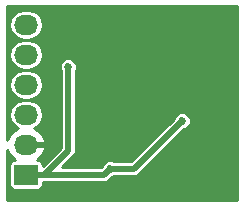
<source format=gbl>
%TF.GenerationSoftware,KiCad,Pcbnew,4.0.2-stable*%
%TF.CreationDate,2016-04-05T17:50:52-04:00*%
%TF.ProjectId,ADXL345 Breakout,4144584C33343520427265616B6F7574,rev?*%
%TF.FileFunction,Copper,L2,Bot,Signal*%
%FSLAX46Y46*%
G04 Gerber Fmt 4.6, Leading zero omitted, Abs format (unit mm)*
G04 Created by KiCad (PCBNEW 4.0.2-stable) date 4/5/2016 5:50:52 PM*
%MOMM*%
G01*
G04 APERTURE LIST*
%ADD10C,0.127000*%
%ADD11R,2.032000X1.727200*%
%ADD12O,2.032000X1.727200*%
%ADD13C,0.685800*%
%ADD14C,0.500000*%
%ADD15C,0.254000*%
G04 APERTURE END LIST*
D10*
D11*
X165100000Y-108712000D03*
D12*
X165100000Y-106172000D03*
X165100000Y-103632000D03*
X165100000Y-101092000D03*
X165100000Y-98552000D03*
X165100000Y-96012000D03*
D13*
X168656000Y-99568000D03*
X178308000Y-104140000D03*
X172212000Y-108204000D03*
D14*
X165100000Y-108712000D02*
X166624000Y-108712000D01*
X168656000Y-106680000D02*
X168656000Y-99568000D01*
X166624000Y-108712000D02*
X168656000Y-106680000D01*
X172212000Y-108204000D02*
X174244000Y-108204000D01*
X174244000Y-108204000D02*
X178308000Y-104140000D01*
X165100000Y-108712000D02*
X171704000Y-108712000D01*
X171704000Y-108712000D02*
X172212000Y-108204000D01*
D15*
G36*
X182943500Y-110807500D02*
X163512500Y-110807500D01*
X163512500Y-106582516D01*
X163749268Y-107074036D01*
X164181183Y-107459936D01*
X164084000Y-107459936D01*
X163942810Y-107486503D01*
X163813135Y-107569946D01*
X163726141Y-107697266D01*
X163695536Y-107848400D01*
X163695536Y-109575600D01*
X163722103Y-109716790D01*
X163805546Y-109846465D01*
X163932866Y-109933459D01*
X164084000Y-109964064D01*
X166116000Y-109964064D01*
X166257190Y-109937497D01*
X166386865Y-109854054D01*
X166473859Y-109726734D01*
X166504464Y-109575600D01*
X166504464Y-109343000D01*
X171704000Y-109343000D01*
X171945473Y-109294968D01*
X172150184Y-109158184D01*
X172397934Y-108910434D01*
X172580499Y-108835000D01*
X174244000Y-108835000D01*
X174485473Y-108786968D01*
X174690184Y-108650184D01*
X178493934Y-104846434D01*
X178717521Y-104754050D01*
X178921335Y-104550592D01*
X179031774Y-104284624D01*
X179032025Y-103996639D01*
X178922050Y-103730479D01*
X178718592Y-103526665D01*
X178452624Y-103416226D01*
X178164639Y-103415975D01*
X177898479Y-103525950D01*
X177694665Y-103729408D01*
X177601247Y-103954385D01*
X173982632Y-107573000D01*
X172580050Y-107573000D01*
X172356624Y-107480226D01*
X172068639Y-107479975D01*
X171802479Y-107589950D01*
X171598665Y-107793408D01*
X171505247Y-108018384D01*
X171442632Y-108081000D01*
X168147368Y-108081000D01*
X169102184Y-107126184D01*
X169238968Y-106921473D01*
X169287000Y-106680000D01*
X169287000Y-99936050D01*
X169379774Y-99712624D01*
X169380025Y-99424639D01*
X169270050Y-99158479D01*
X169066592Y-98954665D01*
X168800624Y-98844226D01*
X168512639Y-98843975D01*
X168246479Y-98953950D01*
X168042665Y-99157408D01*
X167932226Y-99423376D01*
X167931975Y-99711361D01*
X168025000Y-99936499D01*
X168025000Y-106418632D01*
X166504464Y-107939168D01*
X166504464Y-107848400D01*
X166477897Y-107707210D01*
X166394454Y-107577535D01*
X166267134Y-107490541D01*
X166116000Y-107459936D01*
X166018817Y-107459936D01*
X166450732Y-107074036D01*
X166704709Y-106546791D01*
X166707358Y-106531026D01*
X166586217Y-106299000D01*
X165227000Y-106299000D01*
X165227000Y-106319000D01*
X164973000Y-106319000D01*
X164973000Y-106299000D01*
X164953000Y-106299000D01*
X164953000Y-106045000D01*
X164973000Y-106045000D01*
X164973000Y-106025000D01*
X165227000Y-106025000D01*
X165227000Y-106045000D01*
X166586217Y-106045000D01*
X166707358Y-105812974D01*
X166704709Y-105797209D01*
X166450732Y-105269964D01*
X166014320Y-104880046D01*
X165741757Y-104784704D01*
X165756057Y-104781860D01*
X166159834Y-104512065D01*
X166429629Y-104108288D01*
X166524369Y-103632000D01*
X166429629Y-103155712D01*
X166159834Y-102751935D01*
X165756057Y-102482140D01*
X165279769Y-102387400D01*
X164920231Y-102387400D01*
X164443943Y-102482140D01*
X164040166Y-102751935D01*
X163770371Y-103155712D01*
X163675631Y-103632000D01*
X163770371Y-104108288D01*
X164040166Y-104512065D01*
X164443943Y-104781860D01*
X164458243Y-104784704D01*
X164185680Y-104880046D01*
X163749268Y-105269964D01*
X163512500Y-105761484D01*
X163512500Y-101092000D01*
X163675631Y-101092000D01*
X163770371Y-101568288D01*
X164040166Y-101972065D01*
X164443943Y-102241860D01*
X164920231Y-102336600D01*
X165279769Y-102336600D01*
X165756057Y-102241860D01*
X166159834Y-101972065D01*
X166429629Y-101568288D01*
X166524369Y-101092000D01*
X166429629Y-100615712D01*
X166159834Y-100211935D01*
X165756057Y-99942140D01*
X165279769Y-99847400D01*
X164920231Y-99847400D01*
X164443943Y-99942140D01*
X164040166Y-100211935D01*
X163770371Y-100615712D01*
X163675631Y-101092000D01*
X163512500Y-101092000D01*
X163512500Y-98552000D01*
X163675631Y-98552000D01*
X163770371Y-99028288D01*
X164040166Y-99432065D01*
X164443943Y-99701860D01*
X164920231Y-99796600D01*
X165279769Y-99796600D01*
X165756057Y-99701860D01*
X166159834Y-99432065D01*
X166429629Y-99028288D01*
X166524369Y-98552000D01*
X166429629Y-98075712D01*
X166159834Y-97671935D01*
X165756057Y-97402140D01*
X165279769Y-97307400D01*
X164920231Y-97307400D01*
X164443943Y-97402140D01*
X164040166Y-97671935D01*
X163770371Y-98075712D01*
X163675631Y-98552000D01*
X163512500Y-98552000D01*
X163512500Y-96012000D01*
X163675631Y-96012000D01*
X163770371Y-96488288D01*
X164040166Y-96892065D01*
X164443943Y-97161860D01*
X164920231Y-97256600D01*
X165279769Y-97256600D01*
X165756057Y-97161860D01*
X166159834Y-96892065D01*
X166429629Y-96488288D01*
X166524369Y-96012000D01*
X166429629Y-95535712D01*
X166159834Y-95131935D01*
X165756057Y-94862140D01*
X165279769Y-94767400D01*
X164920231Y-94767400D01*
X164443943Y-94862140D01*
X164040166Y-95131935D01*
X163770371Y-95535712D01*
X163675631Y-96012000D01*
X163512500Y-96012000D01*
X163512500Y-94424500D01*
X182943500Y-94424500D01*
X182943500Y-110807500D01*
X182943500Y-110807500D01*
G37*
X182943500Y-110807500D02*
X163512500Y-110807500D01*
X163512500Y-106582516D01*
X163749268Y-107074036D01*
X164181183Y-107459936D01*
X164084000Y-107459936D01*
X163942810Y-107486503D01*
X163813135Y-107569946D01*
X163726141Y-107697266D01*
X163695536Y-107848400D01*
X163695536Y-109575600D01*
X163722103Y-109716790D01*
X163805546Y-109846465D01*
X163932866Y-109933459D01*
X164084000Y-109964064D01*
X166116000Y-109964064D01*
X166257190Y-109937497D01*
X166386865Y-109854054D01*
X166473859Y-109726734D01*
X166504464Y-109575600D01*
X166504464Y-109343000D01*
X171704000Y-109343000D01*
X171945473Y-109294968D01*
X172150184Y-109158184D01*
X172397934Y-108910434D01*
X172580499Y-108835000D01*
X174244000Y-108835000D01*
X174485473Y-108786968D01*
X174690184Y-108650184D01*
X178493934Y-104846434D01*
X178717521Y-104754050D01*
X178921335Y-104550592D01*
X179031774Y-104284624D01*
X179032025Y-103996639D01*
X178922050Y-103730479D01*
X178718592Y-103526665D01*
X178452624Y-103416226D01*
X178164639Y-103415975D01*
X177898479Y-103525950D01*
X177694665Y-103729408D01*
X177601247Y-103954385D01*
X173982632Y-107573000D01*
X172580050Y-107573000D01*
X172356624Y-107480226D01*
X172068639Y-107479975D01*
X171802479Y-107589950D01*
X171598665Y-107793408D01*
X171505247Y-108018384D01*
X171442632Y-108081000D01*
X168147368Y-108081000D01*
X169102184Y-107126184D01*
X169238968Y-106921473D01*
X169287000Y-106680000D01*
X169287000Y-99936050D01*
X169379774Y-99712624D01*
X169380025Y-99424639D01*
X169270050Y-99158479D01*
X169066592Y-98954665D01*
X168800624Y-98844226D01*
X168512639Y-98843975D01*
X168246479Y-98953950D01*
X168042665Y-99157408D01*
X167932226Y-99423376D01*
X167931975Y-99711361D01*
X168025000Y-99936499D01*
X168025000Y-106418632D01*
X166504464Y-107939168D01*
X166504464Y-107848400D01*
X166477897Y-107707210D01*
X166394454Y-107577535D01*
X166267134Y-107490541D01*
X166116000Y-107459936D01*
X166018817Y-107459936D01*
X166450732Y-107074036D01*
X166704709Y-106546791D01*
X166707358Y-106531026D01*
X166586217Y-106299000D01*
X165227000Y-106299000D01*
X165227000Y-106319000D01*
X164973000Y-106319000D01*
X164973000Y-106299000D01*
X164953000Y-106299000D01*
X164953000Y-106045000D01*
X164973000Y-106045000D01*
X164973000Y-106025000D01*
X165227000Y-106025000D01*
X165227000Y-106045000D01*
X166586217Y-106045000D01*
X166707358Y-105812974D01*
X166704709Y-105797209D01*
X166450732Y-105269964D01*
X166014320Y-104880046D01*
X165741757Y-104784704D01*
X165756057Y-104781860D01*
X166159834Y-104512065D01*
X166429629Y-104108288D01*
X166524369Y-103632000D01*
X166429629Y-103155712D01*
X166159834Y-102751935D01*
X165756057Y-102482140D01*
X165279769Y-102387400D01*
X164920231Y-102387400D01*
X164443943Y-102482140D01*
X164040166Y-102751935D01*
X163770371Y-103155712D01*
X163675631Y-103632000D01*
X163770371Y-104108288D01*
X164040166Y-104512065D01*
X164443943Y-104781860D01*
X164458243Y-104784704D01*
X164185680Y-104880046D01*
X163749268Y-105269964D01*
X163512500Y-105761484D01*
X163512500Y-101092000D01*
X163675631Y-101092000D01*
X163770371Y-101568288D01*
X164040166Y-101972065D01*
X164443943Y-102241860D01*
X164920231Y-102336600D01*
X165279769Y-102336600D01*
X165756057Y-102241860D01*
X166159834Y-101972065D01*
X166429629Y-101568288D01*
X166524369Y-101092000D01*
X166429629Y-100615712D01*
X166159834Y-100211935D01*
X165756057Y-99942140D01*
X165279769Y-99847400D01*
X164920231Y-99847400D01*
X164443943Y-99942140D01*
X164040166Y-100211935D01*
X163770371Y-100615712D01*
X163675631Y-101092000D01*
X163512500Y-101092000D01*
X163512500Y-98552000D01*
X163675631Y-98552000D01*
X163770371Y-99028288D01*
X164040166Y-99432065D01*
X164443943Y-99701860D01*
X164920231Y-99796600D01*
X165279769Y-99796600D01*
X165756057Y-99701860D01*
X166159834Y-99432065D01*
X166429629Y-99028288D01*
X166524369Y-98552000D01*
X166429629Y-98075712D01*
X166159834Y-97671935D01*
X165756057Y-97402140D01*
X165279769Y-97307400D01*
X164920231Y-97307400D01*
X164443943Y-97402140D01*
X164040166Y-97671935D01*
X163770371Y-98075712D01*
X163675631Y-98552000D01*
X163512500Y-98552000D01*
X163512500Y-96012000D01*
X163675631Y-96012000D01*
X163770371Y-96488288D01*
X164040166Y-96892065D01*
X164443943Y-97161860D01*
X164920231Y-97256600D01*
X165279769Y-97256600D01*
X165756057Y-97161860D01*
X166159834Y-96892065D01*
X166429629Y-96488288D01*
X166524369Y-96012000D01*
X166429629Y-95535712D01*
X166159834Y-95131935D01*
X165756057Y-94862140D01*
X165279769Y-94767400D01*
X164920231Y-94767400D01*
X164443943Y-94862140D01*
X164040166Y-95131935D01*
X163770371Y-95535712D01*
X163675631Y-96012000D01*
X163512500Y-96012000D01*
X163512500Y-94424500D01*
X182943500Y-94424500D01*
X182943500Y-110807500D01*
M02*

</source>
